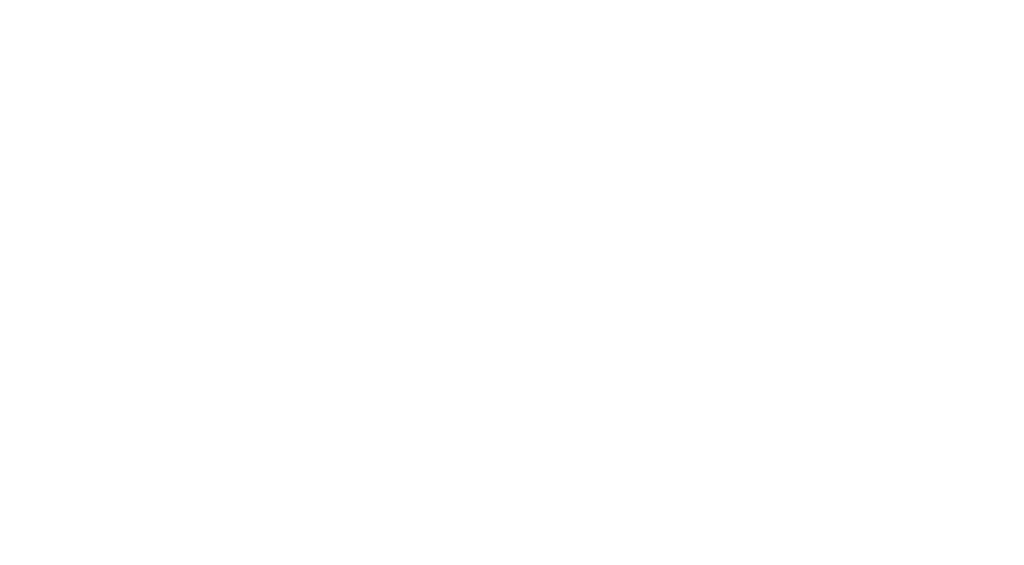
<source format=kicad_pcb>
(kicad_pcb (version 20240108) (generator "pcbnew") (generator_version "8.0")
  (title_block (title "Title of the Project") (date "2024-08-14") (rev "01") (company "Debre Berhan University") (comment 1 "Debre Birhan") (comment 2 "yes42d@gmail.com") (comment 3 "Yeshiwas Fetene"))
  (layers (0 "F.Cu" signal) (31 "B.Cu" signal) (34 "B.Paste" user) (35 "F.Paste" user) (36 "B.SilkS" user "B.Silkscreen") (37 "F.SilkS" user "F.Silkscreen") (38 "B.Mask" user) (39 "F.Mask" user) (44 "Edge.Cuts" user))
  (net 0 "")
  (footprint "MountingHole:MountingHole_2.7mm_M2.5" (layer "F.Cu") (at 241.82 122.12)
    (property "Reference" "MH2" (hide yes))
    (property "Value" "MountingHole_2.7mm_M2.5" (hide yes))
    (pad "" np_thru_hole circle (at 0 0) (size 2.7 2.7) (drill 2.7) (layers "*.Cu" "*.Mask"))
  )
  (footprint "MountingHole:MountingHole_2.7mm_M2.5" (layer "F.Cu") (at 183.82 171.12)
    (property "Reference" "MH3" (hide yes))
    (property "Value" "MountingHole_2.7mm_M2.5" (hide yes))
    (pad "" np_thru_hole circle (at 0 0) (size 2.7 2.7) (drill 2.7) (layers "*.Cu" "*.Mask"))
  )
  (footprint "MountingHole:MountingHole_2.7mm_M2.5" (layer "F.Cu") (at 183.82 122.12)
    (property "Reference" "MH1" (hide yes))
    (property "Value" "MountingHole_2.7mm_M2.5" (hide yes))
    (pad "" np_thru_hole circle (at 0 0) (size 2.7 2.7) (drill 2.7) (layers "*.Cu" "*.Mask"))
  )
  (footprint "MountingHole:MountingHole_2.7mm_M2.5" (layer "F.Cu") (at 241.82 171.12)
    (property "Reference" "MH4" (hide yes))
    (property "Value" "MountingHole_2.7mm_M2.5" (hide yes))
    (pad "" np_thru_hole circle (at 0 0) (size 2.7 2.7) (drill 2.7) (layers "*.Cu" "*.Mask"))
  )
)
</source>
